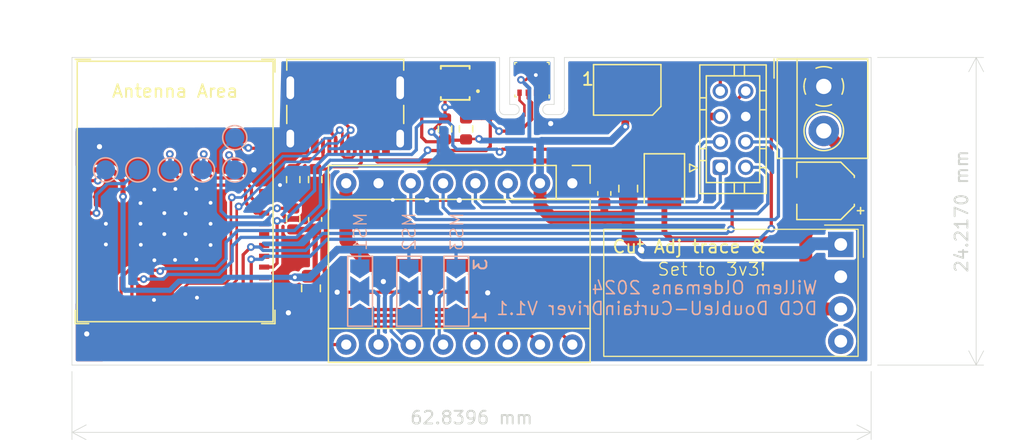
<source format=kicad_pcb>
(kicad_pcb
	(version 20240108)
	(generator "pcbnew")
	(generator_version "8.0")
	(general
		(thickness 1.6)
		(legacy_teardrops no)
	)
	(paper "A4")
	(layers
		(0 "F.Cu" signal)
		(31 "B.Cu" signal)
		(32 "B.Adhes" user "B.Adhesive")
		(33 "F.Adhes" user "F.Adhesive")
		(34 "B.Paste" user)
		(35 "F.Paste" user)
		(36 "B.SilkS" user "B.Silkscreen")
		(37 "F.SilkS" user "F.Silkscreen")
		(38 "B.Mask" user)
		(39 "F.Mask" user)
		(40 "Dwgs.User" user "User.Drawings")
		(41 "Cmts.User" user "User.Comments")
		(42 "Eco1.User" user "User.Eco1")
		(43 "Eco2.User" user "User.Eco2")
		(44 "Edge.Cuts" user)
		(45 "Margin" user)
		(46 "B.CrtYd" user "B.Courtyard")
		(47 "F.CrtYd" user "F.Courtyard")
		(48 "B.Fab" user)
		(49 "F.Fab" user)
		(50 "User.1" user)
		(51 "User.2" user)
		(52 "User.3" user)
		(53 "User.4" user)
		(54 "User.5" user)
		(55 "User.6" user)
		(56 "User.7" user)
		(57 "User.8" user)
		(58 "User.9" user)
	)
	(setup
		(stackup
			(layer "F.SilkS"
				(type "Top Silk Screen")
				(color "Black")
			)
			(layer "F.Paste"
				(type "Top Solder Paste")
			)
			(layer "F.Mask"
				(type "Top Solder Mask")
				(color "#FFFFFFFF")
				(thickness 0.01)
			)
			(layer "F.Cu"
				(type "copper")
				(thickness 0.035)
			)
			(layer "dielectric 1"
				(type "core")
				(thickness 1.51)
				(material "FR4")
				(epsilon_r 4.5)
				(loss_tangent 0.02)
			)
			(layer "B.Cu"
				(type "copper")
				(thickness 0.035)
			)
			(layer "B.Mask"
				(type "Bottom Solder Mask")
				(color "#FFFFFFFF")
				(thickness 0.01)
			)
			(layer "B.Paste"
				(type "Bottom Solder Paste")
			)
			(layer "B.SilkS"
				(type "Bottom Silk Screen")
				(color "Black")
			)
			(copper_finish "None")
			(dielectric_constraints no)
		)
		(pad_to_mask_clearance 0)
		(allow_soldermask_bridges_in_footprints no)
		(pcbplotparams
			(layerselection 0x00010fc_ffffffff)
			(plot_on_all_layers_selection 0x0000000_00000000)
			(disableapertmacros no)
			(usegerberextensions no)
			(usegerberattributes yes)
			(usegerberadvancedattributes yes)
			(creategerberjobfile yes)
			(dashed_line_dash_ratio 12.000000)
			(dashed_line_gap_ratio 3.000000)
			(svgprecision 4)
			(plotframeref no)
			(viasonmask no)
			(mode 1)
			(useauxorigin no)
			(hpglpennumber 1)
			(hpglpenspeed 20)
			(hpglpendiameter 15.000000)
			(pdf_front_fp_property_popups yes)
			(pdf_back_fp_property_popups yes)
			(dxfpolygonmode yes)
			(dxfimperialunits yes)
			(dxfusepcbnewfont yes)
			(psnegative no)
			(psa4output no)
			(plotreference yes)
			(plotvalue yes)
			(plotfptext yes)
			(plotinvisibletext no)
			(sketchpadsonfab no)
			(subtractmaskfromsilk no)
			(outputformat 1)
			(mirror no)
			(drillshape 1)
			(scaleselection 1)
			(outputdirectory "")
		)
	)
	(net 0 "")
	(net 1 "/STEP_STP")
	(net 2 "GND")
	(net 3 "/STEP_1A")
	(net 4 "/STEP_EN")
	(net 5 "+3V3")
	(net 6 "unconnected-(D1-DOUT-Pad1)")
	(net 7 "/LED_DATA")
	(net 8 "/STEP_1B")
	(net 9 "/STEP_2A")
	(net 10 "unconnected-(U1-IO7-Pad11)")
	(net 11 "unconnected-(U1-IO6-Pad10)")
	(net 12 "Net-(A1-MS2)")
	(net 13 "/STEP_RST")
	(net 14 "/STEP_2B")
	(net 15 "Net-(A1-MS3)")
	(net 16 "/STEP_DIR")
	(net 17 "/STEP_SLEEP")
	(net 18 "Net-(A1-MS1)")
	(net 19 "/USB_N")
	(net 20 "/USB_P")
	(net 21 "+12V")
	(net 22 "/HAL_PULSE")
	(net 23 "/HAL_DIR")
	(net 24 "VBUS")
	(net 25 "unconnected-(U1-IO8-Pad12)")
	(net 26 "unconnected-(U1-IO11-Pad15)")
	(net 27 "unconnected-(U1-IO1-Pad5)")
	(net 28 "unconnected-(U1-IO2-Pad6)")
	(net 29 "unconnected-(U1-IO10-Pad14)")
	(net 30 "unconnected-(U1-IO5-Pad9)")
	(net 31 "unconnected-(U1-IO4-Pad8)")
	(net 32 "unconnected-(U1-IO36-Pad32)")
	(net 33 "/SDA")
	(net 34 "/TXD")
	(net 35 "/SCL")
	(net 36 "unconnected-(U1-IO35-Pad31)")
	(net 37 "unconnected-(U1-IO48-Pad30)")
	(net 38 "/RXD")
	(net 39 "/GPIO0")
	(net 40 "unconnected-(U1-IO47-Pad27)")
	(net 41 "/GPIO46")
	(net 42 "unconnected-(U5-SDO-Pad5)")
	(net 43 "/GPIO3")
	(net 44 "/EN")
	(net 45 "unconnected-(U4-NC-Pad4)")
	(net 46 "unconnected-(U4-INT-Pad2)")
	(net 47 "unconnected-(U1-IO45-Pad41)")
	(net 48 "Net-(J5-CC2)")
	(net 49 "Net-(J5-CC1)")
	(net 50 "unconnected-(J5-SBU2-PadB8)")
	(net 51 "unconnected-(J5-SBU1-PadA8)")
	(net 52 "unconnected-(PS1-EN-Pad4)")
	(net 53 "unconnected-(U1-IO41-Pad37)")
	(net 54 "unconnected-(U1-IO26-Pad26)")
	(net 55 "unconnected-(U1-IO40-Pad36)")
	(net 56 "unconnected-(U1-IO39-Pad35)")
	(net 57 "unconnected-(U1-IO42-Pad38)")
	(net 58 "unconnected-(U1-IO9-Pad13)")
	(net 59 "unconnected-(U1-IO37-Pad33)")
	(net 60 "unconnected-(U1-IO21-Pad25)")
	(footprint "TerminalBlock_4Ucon:TerminalBlock_4Ucon_1x02_P3.50mm_Horizontal" (layer "F.Cu") (at 140.2939 69.629 -90))
	(footprint "Connector_USB:USB_C_Receptacle_Molex_217179" (layer "F.Cu") (at 102.6668 71.006 180))
	(footprint "Module:Regulator module_3v3V_3A_THT" (layer "F.Cu") (at 132.9944 85.8774))
	(footprint "Resistor_SMD:R_0603_1608Metric" (layer "F.Cu") (at 112.1664 72.9742 -90))
	(footprint "Capacitor_SMD:C_0805_2012Metric" (layer "F.Cu") (at 99.9744 85.5218 -90))
	(footprint "Resistor_SMD:R_0603_1608Metric" (layer "F.Cu") (at 110.5154 72.9742 -90))
	(footprint "Resistor_SMD:R_0603_1608Metric" (layer "F.Cu") (at 98.5774 80.0608 -90))
	(footprint "Capacitor_SMD:C_0805_2012Metric" (layer "F.Cu") (at 124.9172 77.6732 90))
	(footprint "Diode_SMD:D_1210_3225Metric" (layer "F.Cu") (at 127.762 77.216 -90))
	(footprint "Espressif:ESP32-S3-MINI-1" (layer "F.Cu") (at 89.2914 80.4484))
	(footprint "Capacitor_SMD:C_0603_1608Metric" (layer "F.Cu") (at 123.0376 78.0542 90))
	(footprint "LED_SMD:LED_WS2812B-Mini_PLCC4_3.5x3.5mm" (layer "F.Cu") (at 124.841 69.9008))
	(footprint "Package_LGA:Bosch_LGA-8_2.5x2.5mm_P0.65mm_ClockwisePinNumbering" (layer "F.Cu") (at 117.348 69.1 180))
	(footprint "OptoDevice:SON-06-FN_2000X2400_AMS" (layer "F.Cu") (at 111.3155 69.352414 180))
	(footprint "Resistor_SMD:R_0603_1608Metric" (layer "F.Cu") (at 98.5774 76.962 -90))
	(footprint "Resistor_SMD:R_0603_1608Metric" (layer "F.Cu") (at 100.3046 76.962 -90))
	(footprint "Module:Pololu_Breakout-16_15.2x20.3mm" (layer "F.Cu") (at 120.523 77.2514 -90))
	(footprint "Capacitor_SMD:CP_Elec_4x5.4" (layer "F.Cu") (at 140.4366 77.851 180))
	(footprint "Connector_JST:JST_PHD_B8B-PHDSS_2x04_P2.00mm_Vertical" (layer "F.Cu") (at 132.1562 75.9968 90))
	(footprint "Capacitor_SMD:C_0603_1608Metric" (layer "F.Cu") (at 100.3 80.1 90))
	(footprint "TestPoint:TestPoint_Pad_D1.5mm" (layer "B.Cu") (at 88.9 76.2 180))
	(footprint "Jumper:SolderJumper-3_P2.0mm_Open_TrianglePad1.0x1.5mm_NumberLabels" (layer "B.Cu") (at 111.379 85.7504 90))
	(footprint "TestPoint:TestPoint_Pad_D1.5mm" (layer "B.Cu") (at 93.98 76.2 180))
	(footprint "TestPoint:TestPoint_Pad_D1.5mm" (layer "B.Cu") (at 86.36 76.2 180))
	(footprint "TestPoint:TestPoint_Pad_D1.5mm" (layer "B.Cu") (at 83.82 76.2 180))
	(footprint "Jumper:SolderJumper-3_P2.0mm_Open_TrianglePad1.0x1.5mm_NumberLabels" (layer "B.Cu") (at 107.6706 85.7504 90))
	(footprint "TestPoint:TestPoint_Pad_D1.5mm" (layer "B.Cu") (at 91.44 76.2 180))
	(footprint "Jumper:SolderJumper-3_P2.0mm_Open_TrianglePad1.0x1.5mm_NumberLabels" (layer "B.Cu") (at 103.8098 85.7504 90))
	(footprint "TestPoint:TestPoint_Pad_D1.5mm" (layer "B.Cu") (at 93.98 73.66 180))
	(gr_line
		(start 144.018 91.567)
		(end 144.018 67.35)
		(stroke
			(width 0.05)
			(type default)
		)
		(layer "Edge.Cuts")
		(uuid "0f7381b7-9019-412a-9444-8c5ab05ff073")
	)
	(gr_line
		(start 81.1784 91.567)
		(end 144.018 91.567)
		(stroke
			(width 0.05)
			(type default)
		)
		(layer "Edge.Cuts")
		(uuid "1662b304-e5c6-4323-91a8-01b4a835ff87")
	)
	(gr_arc
		(start 118.598 71.845135)
		(mid 118.197965 71.4451)
		(end 118.598 71.045135)
		(stroke
			(width 0.05)
			(type default)
		)
		(layer "Edge.Cuts")
		(uuid "4b7ee41c-be1c-401f-8f1b-c54600f5395c")
	)
	(gr_line
		(start 81.1784 91.567)
		(end 81.1784 67.35)
		(stroke
			(width 0.05)
			(type default)
		)
		(layer "Edge.Cuts")
		(uuid "5c8b505a-bb7c-4a18-ba43-9b59b6ee1373")
	)
	(gr_line
		(start 114.798 67.35)
		(end 114.798 71.45)
		(stroke
			(width 0.05)
			(type default)
		)
		(layer "Edge.Cuts")
		(uuid "5fa47b71-a98b-49f9-b5c7-34d7664f4bd8")
	)
	(gr_line
		(start 118.598 71.045135)
		(end 119.098 71.045135)
		(stroke
			(width 0.05)
			(type default)
		)
		(layer "Edge.Cuts")
		(uuid "648599f2-2b23-4307-b762-0b429b695dac")
	)
	(gr_arc
		(start 119.898 71.395135)
		(mid 119.798377 71.69998)
		(end 119.51238 71.845135)
		(stroke
			(width 0.05)
			(type default)
		)
		(layer "Edge.Cuts")
		(uuid "82275471-905d-4044-a11d-3c6cf41553bc")
	)
	(gr_line
		(start 119.098 67.35)
		(end 115.598 67.35)
		(stroke
			(width 0.05)
			(type default)
		)
		(layer "Edge.Cuts")
		(uuid "87762eea-8a93-43a4-8527-10d84353c24f")
	)
	(gr_line
		(start 119.898 67.35)
		(end 119.898 71.395135)
		(stroke
			(width 0.05)
			(type default)
		)
		(layer "Edge.Cuts")
		(uuid "9c9dc1f0-6a8c-4992-9c81-4d958a0a00a6")
	)
	(gr_line
		(start 119.51238 71.845135)
		(end 118.598 71.845135)
		(stroke
			(width 0.05)
			(type default)
		)
		(layer "Edge.Cuts")
		(uuid "a49d1697-385c-458f-b251-5856b15fe259")
	)
	(gr_line
		(start 115.948 71.05)
		(end 115.598 71.05)
		(stroke
			(width 0.05)
			(type default)
		)
		(layer "Edge.Cuts")
		(uuid "a94fab12-5ec2-4037-aebd-4f1c0870ad7a")
	)
	(gr_line
		(start 115.198 71.85)
		(end 115.948 71.85)
		(stroke
			(width 0.05)
			(type default)
		)
		(layer "Edge.Cuts")
		(uuid "afbea572-0c78-4b71-80ed-28b8e05b4b2a")
	)
	(gr_line
		(start 119.098 71.045135)
		(end 119.098 67.35)
		(stroke
			(width 0.05)
			(type default)
		)
		(layer "Edge.Cuts")
		(uuid "d3b01630-3053-4b8a-b9a3-1bbb69df3a69")
	)
	(gr_line
		(start 115.598 71.05)
		(end 115.598 67.35)
		(stroke
			(width 0.05)
			(type default)
		)
		(layer "Edge.Cuts")
		(uuid "d4025406-da3a-4422-8923-c2b53184d6dd")
	)
	(gr_arc
		(start 115.948 71.05)
		(mid 116.348 71.45)
		(end 115.948 71.85)
		(stroke
			(width 0.05)
			(type default)
		)
		(layer "Edge.Cuts")
		(uuid "e0874d3a-705a-4cdb-9f3f-8e4b478b270b")
	)
	(gr_arc
		(start 115.198 71.85)
		(mid 114.915157 71.732843)
		(end 114.798 71.45)
		(stroke
			(width 0.05)
			(type default)
		)
		(layer "Edge.Cuts")
		(uuid "e7377db4-ceaa-490c-a8ac-1b4738ecf95d")
	)
	(gr_line
		(start 144.018 67.35)
		(end 119.898 67.35)
		(stroke
			(width 0.05)
			(type default)
		)
		(layer "Edge.Cuts")
		(uuid "f6090eff-e4a4-4db1-9ef0-e9d1062fbeed")
	)
	(gr_line
		(start 114.798 67.35)
		(end 81.1784 67.35)
		(stroke
			(width 0.05)
			(type default)
		)
		(layer "Edge.Cuts")
		(uuid "fcc46d19-eb6e-4661-977e-1eb5f98f68f6")
	)
	(gr_text "MS1\n"
		(at 104.4448 79.4766 90)
		(layer "B.SilkS")
		(uuid "377f62fa-5c02-4418-be11-fb22563fc426")
		(effects
			(font
				(size 1 1)
				(thickness 0.1)
			)
			(justify left bottom mirror)
		)
	)
	(gr_text "MS3"
		(at 112.0394 79.4766 90)
		(layer "B.SilkS")
		(uuid "3cac820d-ff23-4e2c-8acd-2032109dd062")
		(effects
			(font
				(size 1 1)
				(thickness 0.1)
			)
			(justify left bottom mirror)
		)
	)
	(gr_text "Willem Oldemans 2024\nDCD DoubleU-CurtainDriver V1.1\n"
		(at 139.8778 87.7062 0)
		(layer "B.SilkS")
		(uuid "931c8843-ce7c-437f-bc10-eb2990d45165")
		(effects
			(font
				(size 1.016 1.016)
				(thickness 0.127)
			)
			(justify left bottom mirror)
		)
	)
	(gr_text "MS2"
		(at 108.2802 79.4766 90)
		(layer "B.SilkS")
		(uuid "eae4f3ae-de2f-4e0b-86aa-41b0df6db60c")
		(effects
			(font
				(size 1 1)
				(thickness 0.1)
			)
			(justify left bottom mirror)
		)
	)
	(dimension
		(type aligned)
		(layer "Edge.Cuts")
		(uuid "446f9656-57d9-44c9-8c67-739f5069f7b2")
		(pts
			(xy 81.1784 91.567) (xy 144.018 91.567)
		)
		(height 5.289999)
		(gr_text "2474.0000 mils"
			(at 112.5982 95.706999 0)
			(layer "Edge.Cuts")
			(uuid "446f9656-57d9-44c9-8c67-739f5069f7b2")
			(effects
				(font
					(size 1 1)
					(thickness 0.15)
				)
			)
		)
		(format
			(prefix "")
			(suffix "")
			(units 3)
			(units_format 1)
			(precision 4)
		)
		(style
			(thickness 0.05)
			(arrow_length 1.27)
			(text_position_mode 0)
			(extension_height 0.58642)
			(extension_offset 0.5) keep_text_aligned)
	)
	(dimension
		(type aligned)
		(layer "Edge.Cuts")
		(uuid "4c08de21-ceeb-4f2b-b74e-460e3fbadb7c")
		(pts
			(xy 144.018 91.567) (xy 144.018 67.35)
		)
		(height 8.26)
		(gr_text "953.4252 mils"
			(at 151.128 79.4585 90)
			(layer "Edge.Cuts")
			(uuid "4c08de21-ceeb-4f2b-b74e-460e3fbadb7c")
			(effects
				(font
					(size 1 1)
					(thickness 0.15)
				)
			)
		)
		(format
			(prefix "")
			(suffix "")
			(units 3)
			(units_format 1)
			(precision 4)
		)
		(style
			(thickness 0.05)
			(arrow_length 1.27)
			(text_position_mode 0)
			(extension_height 0.58642)
			(extension_offset 0.5) keep_text_aligned)
	)
	(segment
		(start 88.0872 89.6112)
		(end 87.5914 89.1154)
		(width 0.254)
		(layer "F.Cu")
		(net 1)
		(uuid "25e0c9c1-b7d2-4c60-a3ad-d56241274624")
	)
	(segment
		(start 117.983 89.9514)
		(end 115.687 87.6554)
		(width 0.254)
		(layer "F.Cu")
		(net 1)
		(uuid "33f16364-43ea-41fb-8681-d6e5423bd71e")
	)
	(segment
		(start 87.5914 89.1154)
		(end 87.5914 87.4484)
		(width 0.254)
		(layer "F.Cu")
		(net 1)
		(uuid "4a002c7a-675f-4b0d-a3a5-53201be199aa")
	)
	(segment
		(start 99.545644 89.6112)
		(end 88.0872 89.6112)
		(width 0.254)
		(layer "F.Cu")
		(net 1)
		(uuid "b48d1b9a-95dc-4458-adf8-6d4d7df53d00")
	)
	(segment
		(start 101.501444 87.6554)
		(end 99.545644 89.6112)
		(width 0.254)
		(layer "F.Cu")
		(net 1)
		(uuid "b8b0ca0a-f68e-472e-9d3a-8dc23e9bd45b")
	)
	(segment
		(start 115.687 87.6554)
		(end 101.501444 87.6554)
		(width 0.254)
		(layer "F.Cu")
		(net 1)
		(uuid "bc84c112-4c5d-410e-bf31-58b7c1194cef")
	)
	(segment
		(start 87.503 76.1746)
		(end 87.503 76.327)
		(width 0.254)
		(layer "F.Cu")
		(net 2)
		(uuid "03a070be-d6e3-4695-b04d-780c99724b23")
	)
	(segment
		(start 109.347 85.8266)
		(end 105.6386 85.8266)
		(width 0.254)
		(layer "F.Cu")
		(net 2)
		(uuid "0617dd34-5932-4281-8d70-bc2655d19ad0")
	)
	(segment
		(start 98.1964 87.4484)
		(end 96.2914 87.4484)
		(width 0.4572)
		(layer "F.Cu")
		(net 2)
		(uuid "1308a1ad-a39d-4511-9634-a2ca85e171c1")
	)
	(segment
		(start 98.5774 77.787)
		(end 97.9038 77.787)
		(width 0.4064)
		(layer "F.Cu")
		(net 2)
		(uuid "13cc14ac-0172-4146-82f2-754570793d37")
	)
	(segment
		(start 108.060999 68.66)
		(end 106.9868 69.734199)
		(width 0.4572)
		(layer "F.Cu")
		(net 2)
		(uuid "15510c4f-c8a6-4e4d-96f4-6f71f6771135")
	)
	(segment
		(start 97.536 77.4192)
		(end 97.536 77.3938)
		(width 0.4064)
		(layer "F.Cu")
		(net 2)
		(uuid "15cf4e7f-e6f6-49f9-8bbc-1afd88044d94")
	)
	(segment
		(start 97.9038 77.787)
		(end 97.536 77.4192)
		(width 0.4064)
		(layer "F.Cu")
		(net 2)
		(uuid "162c44f4-9a33-4116-9b16-8bbb8259206a")
	)
	(segment
		(start 113.8682 85.8774)
		(end 113.8174 85.8266)
		(width 0.254)
		(layer "F.Cu")
		(net 2)
		(uuid "175b5006-563f-4ddd-a633-170bc205d7d9")
	)
	(segment
		(start 117.793828 71.097824)
		(end 117.793828 71.792376)
		(width 0.2032)
		(layer "F.Cu")
		(net 2)
		(uuid "1a67984a-9e5b-4b4d-bcdb-424641036269")
	)
	(segment
		(start 112.141 68.2244)
		(end 111.8362 67.9196)
		(width 0.254)
		(layer "F.Cu")
		(net 2)
		(uuid "1cb76f87-78e1-4010-bcf7-f655847895fd")
	)
	(segment
		(start 87.6414 78.7984)
		(end 86.5842 78.7984)
		(width 0.4572)
		(layer "F.Cu")
		(net 2)
		(uuid "1d819607-c5f0-4211-87f6-269481d9a37f")
	)
	(segment
		(start 123.0376 77.2792)
		(end 123.0098 77.2514)
		(width 0.4572)
		(layer "F.Cu")
		(net 2)
		(uuid "1d9eae09-0aa1-4033-8b81-550c5754daf7")
	)
	(segment
		(start 140.1669 69.756)
		(end 140.2939 69.629)
		(width 0.6096)
		(layer "F.Cu")
		(net 2)
		(uuid "1e93f203-8471-4f77-8b12-4e4b1fdbe489")
	)
	(segment
		(start 90.9414 78.7984)
		(end 92.0706 78.7984)
		(width 0.4572)
		(layer "F.Cu")
		(net 2)
		(uuid "1ebe1a2b-2d3e-4fae-b85b-8cb6d91b78e3")
	)
	(segment
		(start 87.503 76.327)
		(end 87.6586 76.4826)
		(width 0.254)
		(layer "F.Cu")
		(net 2)
		(uuid "224c4d00-6c8f-4eb0-80c3-b197683eb915")
	)
	(segment
		(start 105.6386 85.8266)
		(end 105.6386 85.0138)
		(width 0.254)
		(layer "F.Cu")
		(net 2)
		(uuid "2641926d-ebe0-4de8-b116-0325f5e1b95c")
	)
	(segment
		(start 98.061 73.4484)
		(end 98.3468 73.7342)
		(width 0.254)
		(layer "F.Cu")
		(net 2)
		(uuid "2c01b4fa-547a-44cf-99b3-044c63effae4")
	)
	(segment
		(start 86.5974 82.0984)
		(end 86.5918 82.0928)
		(width 0.4572)
		(layer "F.Cu")
		(net 2)
		(uuid "3200bcfd-6c85-4ebe-a652-875c8e4d2d91")
	)
	(segment
		(start 98.921799 74.131399)
		(end 98.3468 73.5564)
		(width 0.4572)
		(layer "F.Cu")
		(net 2)
		(uuid "3644e35f-8311-4803-a52f-a7502e5c1740")
	)
	(segment
		(start 138.6366 75.0858)
		(end 137.7442 74.1934)
		(width 0.6096)
		(layer "F.Cu")
		(net 2)
		(uuid "39834bdc-ddaf-43e7-910b-47c4293481cd")
	)
	(segment
		(start 87.6414 82.0984)
		(end 86.5974 82.0984)
		(width 0.4572)
		(layer "F.Cu")
		(net 2)
		(uuid "3cbf49fc-16cb-476f-afc6-19d00ef50c91")
	)
	(segment
		(start 117.793828 71.792376)
		(end 118.552987 72.551535)
		(width 0.2032)
		(layer "F.Cu")
		(net 2)
		(uuid "3ecab74c-1162-408c-ac11-09c91a1831b5")
	)
	(segment
		(start 83.3414 74.3712)
		(end 85.6996 74.3712)
		(width 0.254)
		(layer "F.Cu")
		(net 2)
		(uuid "4518ead5-368c-4288-9a33-a87ce65b5706")
	)
	(segment
		(start 106.411801 74.131399)
		(end 106.9868 73.5564)
		(width 0.4572)
		(layer "F.Cu")
		(net 2)
		(uuid "466a86ef-8450-4c71-9046-d48042cc9742")
	)
	(segment
		(start 89.2914 77.7168)
		(end 89.3096 77.6986)
		(width 0.4572)
		(layer "F.Cu")
		(net 2)
		(uuid "4683f34e-f26a-4ba3-9ed9-b47d4a278983")
	)
	(segment
		(start 118.323 70.125)
		(end 118.323 70.591397)
		(width 0.2032)
		(layer "F.Cu")
		(net 2)
		(uuid "4a08d67b-f9d3-43ea-ae07-65a107738008")
	)
	(segment
		(start 97.536 77.3938)
		(end 97.5106 77.3938)
		(width 0.4064)
		(layer "F.Cu")
		(net 2)
		(uuid "4ae367fe-aa91-437e-91b5-785b6b87b00a")
	)
	(segment
		(start 83.3414 74.3712)
		(end 83.2142 74.4984)
		(width 0.4572)
		(layer "F.Cu")
		(net 2)
		(uuid "4bc0435c-c644-4832-add1-aae1d72fc202")
	)
	(segment
		(start 90.9414 82.0984)
		(end 90.9414 83.242)
		(width 0.4572)
		(layer "F.Cu")
		(net 2)
		(uuid "59d8cad2-cb80-4a3c-9493-a4a33ff82fac")
	)
	(segment
		(start 109.3724 85.852)
		(end 109.347 85.8266)
		(width 0.254)
		(layer "F.Cu")
		(net 2)
		(uuid "5b5da32a-2558-46a4-93a5-a4d3b4babd85")
	)
	(segment
		(start 118.820355 72.551535)
		(end 122.672865 72.551535)
		(width 0.6096)
		(layer "F.Cu")
		(net 2)
		(uuid "5c37df52-3984-4e0d-8859-3b2807935125")
	)
	(segment
		(start 83.3414 73.4484)
		(end 96.2914 73.4484)
		(width 0.4572)
		(layer "F.Cu")
		(net 2)
		(uuid "6017155f-ef76-429a-aeed-461115b389d6")
	)
	(segment
		(start 83.2142 74.4984)
		(end 82.2914 74.4984)
		(width 0.4572)
		(layer "F.Cu")
		(net 2)
		(uuid "61320601-8c0e-4c75-9f83-f95336bc0b52")
	)
	(segment
		(start 109.1184 78.5876)
		(end 111.633 78.5876)
		(width 0.254)
		(layer "F.Cu")
		(net 2)
		(uuid "62763d66-6206-4932-8a78-737d1bb0a1e7")
	)
	(segment
		(start 87.6414 77.7666)
		(end 87.6586 77.7494)
		(width 0.4572)
		(layer "F.Cu")
		(net 2)
		(uuid "628949c3-7465-48eb-a3f1-27cee0dc9534")
	)
	(segment
		(start 99.466801 74.131399)
		(end 98.921799 74.131399)
		(width 0.4572)
		(layer "F.Cu")
		(net 2)
		(uuid "630bc979-2aff-4e0e-a371-5fcf6d3322b4")
	)
	(segment
		(start 105.866801 74.131399)
		(end 106.411801 74.131399)
		(width 0.4572)
		(layer "F.Cu")
		(net 2)
		(uuid "6405888b-544f-45f7-9663-823ad3e20e2e")
	)
	(segment
		(start 89.2914 78.7984)
		(end 89.2914 82.0984)
		(width 0.4572)
		(layer "F.Cu")
		(net 2)
		(uuid "647f19c6-2a57-4006-8f6d-46468b7028bf")
	)
	(segment
		(start 87.6414 78.7984)
		(end 87.6414 77.7666)
		(width 0.4572)
		(layer "F.Cu")
		(net 2)
		(uuid "652bad82-91a2-4835-a1be-d6fa53acab9b")
	)
	(segment
		(start 85.6996 74.3712)
		(end 87.503 76.1746)
		(width 0.254)
		(layer "F.Cu")
		(net 2)
		(uuid "67dc49dd-0ee2-45d8-af08-86791a7afd76")
	)
	(segment
		(start 111.8362 67.9196)
		(end 108.801399 67.9196)
		(width 0.254)
		(layer "F.Cu")
		(net 2)
		(uuid "689e79ac-222b-4e06-b6cb-e03fa4a9336d")
	)
	(segment
		(start 117.673 68.075)
		(end 117.673 68.7122)
		(width 0.2032)
		(layer "F.Cu")
		(net 2)
		(uuid "6a3c3525-ab49-435c-93cb-4461939d46aa")
	)
	(segment
		(start 82.3642 75.3484)
		(end 82.2914 75.3484)
		(width 0.4572)
		(layer "F.Cu")
		(net 2)
		(uuid "6c517625-5685-4621-9222-0eaf6229868d")
	)
	(segment
		(start 105.6386 85.0138)
		(end 105.664 84.9884)
		(width 0.254)
		(layer "F.Cu")
		(net 2)
		(uuid "6e15f957-972b-4d9d-b758-1fd8ac68c8d7")
	)
	(segment
		(start 90.9414 77.7178)
		(end 90.9606 77.6986)
		(width 0.4572)
		(layer "F.Cu")
		(net 2)
		(uuid "71feeba1-7a02-44fa-ae1c-445c944a4277")
	)
	(segment
		(start 82.2914 89.0614)
		(end 82.34 89.11)
		(width 0.4572)
		(layer "F.Cu")
		(net 2)
		(uuid "73170a8c-0441-4c7f-8782-851722eef54e")
	)
	(segment
		(start 82.2914 87.4484)
		(end 82.2914 89.0614)
		(width 0.4572)
		(layer "F.Cu")
		(net 2)
		(uuid "74c59eee-dca0-4925-8a60-33e5945252c9")
	)
	(segment
		(start 95.485514 76.1984)
		(end 96.2914 76.1984)
		(width 0.4572)
		(layer "F.Cu")
		(net 2)
		(uuid "798f3393-6b47-4159-a9a0-db8fcaaf4e6c")
	)
	(segment
		(start 82.2914 75.3484)
		(end 82.2914 73.4484)
		(width 0.4572)
		(layer "F.Cu")
		(net 2)
		(uuid "79bd9fd8-7471-49e2-84f8-2ecca313e88e")
	)
	(segment
		(start 90.9414 83.242)
		(end 90.9606 83.2612)
		(width 0.4572)
		(layer "F.Cu")
		(net 2)
		(uuid "7a19295f-4483-4691-aa95-ba022b807187")
	)
	(segment
		(start 90.9414 82.1182)
		(end 92.0716 82.1182)
		(width 0.4572)
		(layer "F.Cu")
		(net 2)
		(uuid "7c1ff80f-07ed-4d56-b8df-377940f7da15")
	)
	(segment
		(start 96.2914 76.1984)
		(end 96.2914 76.66)
		(width 0.4572)
		(layer "F.Cu")
		(net 2)
		(uuid "7cb5db55-57d1-4e46-a65f-8046e47be9ca")
	)
	(segment
		(start 118.105452 70.808945)
		(end 118.022276 70.869376)
		(width 0.2032)
		(layer "F.Cu")
		(net 2)
		(uuid "7e26ab1e-d704-433e-8f1a-abe5d2000cc5")
	)
	(segment
		(start 87.6414 82.0984)
		(end 87.6414 83.2948)
		(width 0.4572)
		(layer "F.Cu")
		(net 2)
		(uuid "7f1c6e1b-5dd0-4bc9-b215-6f329768e8b5")
	)
	(segment
		(start 122.672865 72.551535)
		(end 123.201 72.0234)
		(width 0.6096)
		(layer "F.Cu")
		(net 2)
		(uuid "7f8f9207-ff83-4d83-ba4e-5145a2750ec5")
	)
	(segment
		(start 137.7442 70.5866)
		(end 138.7018 69.629)
		(width 0.6096)
		(layer "F.Cu")
		(net 2)
		(uuid "7fa7f9f4-19a8-4c87-a8cd-5d1d0ac82b7f")
	)
	(segment
		(start 90.9414 80.4484)
		(end 92.0716 80.4484)
		(width 0.4572)
		(layer "F.Cu")
		(net 2)
		(uuid "829e82d4-e7e6-4eda-a67e-b6231ac74f1a")
	)
	(segment
		(start 123.201 72.0234)
		(end 123.201 70.7908)
		(width 0.6096)
		(layer "F.Cu")
		(net 2)
		(uuid "866920e2-507a-4605-881b-c675bac136c8")
	)
	(segment
		(start 123.0376 77.2792)
		(end 124.3612 77.2792)
		(width 0.4572)
		(layer "F.Cu")
		(net 2)
		(uuid "869f50d8-feb0-486c-83cf-bebde841decb")
	)
	(segment
		(start 97.1652 77.0484)
		(end 96.2914 77.0484)
		(width 0.4064)
		(layer "F.Cu")
		(net 2)
		(uuid "89525db6-0b80-4a19-a80c-33ab01b0a924")
	)
	(segment
		(start 90.9414 78.7984)
		(end 90.9414 77.7178)
		(width 0.4572)
		(layer "F.Cu")
		(net 2)
		(uuid "89b37466-477c-4544-a970-1322c8b2fb68")
	)
	(segment
		(start 137.7442 74.1934)
		(end 137.7442 70.5866)
		(width 0.6096)
		(layer "F.Cu")
		(net 2)
		(uuid "8b87cfc3-e425-47c4-b417-bc3343d7c674")
	)
	(segment
		(start 98.9978 87.4484)
		(end 99.9744 86.4718)
		(width 0.4572)
		(layer "F.Cu")
		(net 2)
		(uuid "8c83983d-4852-4559-b577-9d152f3b4bbf")
	)
	(segment
		(start 96.2914 76.66)
		(end 96.2914 77.0484)
		(width 0.4572)
		(layer "F.Cu")
		(net 2)
		(uuid "8dd4bc65-c7ee-4d2f-b0eb-43a2f4b6c1f6")
	)
	(segment
		(start 138.6366 77.7748)
		(end 138.6366 75.0858)
		(width 0.6096)
		(layer "F.Cu")
		(net 2)
		(uuid "91ff616c-a586-4080-bfb5-ecb3268e7bcf")
	)
	(segment
		(start 96.3454 87.5024)
		(end 96.2914 87.4484)
		(width 0.4572)
		(layer "F.Cu")
		(net 2)
		(uuid "93901639-9357-414f-abf4-f20e8579b704")
	)
	(segment
		(start 118.022276 70.869376)
		(end 117.793828 71.097824)
		(width 0.2032)
		(layer "F.Cu")
		(net 2)
		(uuid "947b86fc-77ce-4894-b35d-fa9eba605eca")
	)
	(segment
		(start 83.3414 73.4484)
		(end 82.2914 73.4484)
		(width 0.4572)
		(layer "F.Cu")
		(net 2)
		(uuid "994fd3a3-7042-48cb-a061-3cad3a1a5b30")
	)
	(segment
		(start 86.573 80.4484)
		(end 86.5664 80.4418)
		(width 0.4572)
		(layer "F.Cu")
		(net 2)
		(uuid "99f7322c-febc-43d1-b877-3df28ad31103")
	)
	(segment
		(start 118.552987 72.551535)
		(end 118.820355 72.551535)
		(width 0.2032)
		(layer "F.Cu")
		(net 2)
		(uuid "9c3fc8ee-a4f7-4930-9f93-a458e224499a")
	)
	(segment
		(start 117.673 68.7122)
		(end 117.6528 68.7324)
		(width 0.2032)
		(layer "F.Cu")
		(net 2)
		(uuid "9ee5fb09-b866-482a-b19d-cf474a07634d")
	)
	(segment
		(start 100.3046 79.3204)
		(end 100.3 79.325)
		(width 0.4572)
		(layer "F.Cu")
		(net 2)
		(uuid "a342a31c-2cfc-4a29-8925-9b8d72a46425")
	)
	(segment
		(start 138.7018 69.629)
		(end 140.2939 69.629)
		(width 0.6096)
		(layer "F.Cu")
		(net 2)
		(uuid "a3998740-15b4-4134-a9ce-4189fe8ec720")
	)
	(segment
		(start 109.3978 85.8266)
		(end 109.3724 85.852)
		(width 0.254)
		(layer "F.Cu")
		(net 2)
		(uuid "a3aaf920-ef88-4810-a994-d417d433bfe5")
	)
	(segment
		(start 106.4006 78.5622)
		(end 109.093 78.5622)
		(width 0.254)
		(layer "F.Cu")
		(net 2)
		(uuid "a4f5c1b7-bc6b-419b-b769-2fdad0aeeca7")
	)
	(segment
		(start 123.0098 77.2514)
		(end 120.523 77.2514)
		(width 0.4572)
		(layer "F.Cu")
		(net 2)
		(uuid "a6b3c416-7464-494b-87e0-ee046ab08d22")
	)
	(segment
		(start 112.141 68.702428)
		(end 112.141 68.2244)
		(width 0.254)
		(layer "F.Cu")
		(net 2)
		(uuid "a7ab365f-007e-45ee-9c92-5c3ece699cdc")
	)
	(segment
		(start 100.3046 77.787)
		(end 98.5774 77.787)
		(width 0.4572)
		(layer "F.Cu")
		(net 2)
		(uuid "a7de720a-19c1-4872-81a4-7b9573dfe259")
	)
	(segment
		(start 109.093 78.5622)
		(end 109.1184 78.5876)
		(width 0.254)
		(layer "F.Cu")
		(net 2)
		(uuid "ac631f46-1727-47de-8370-9459ca7208ec")
	)
	(segment
		(start 87.6414 78.7984)
		(end 87.6414 82.0984)
		(width 0.4572)
		(layer "F.Cu")
		(net 2)
		(uuid "af75d228-415c-441e-9552-19cb3c387c05")
	)
	(segment
		(start 89.2914 78.7984)
		(end 89.2914 77.7168)
		(width 0.4572)
		(layer "F.Cu")
		(net 2)
		(uuid "b2f1f9b9-4b51-4478-b0bd-5674789b3b02")
	)
	(segment
		(start 118.323 70.591397)
		(end 118.105452 70.808945)
		(width 0.2032)
		(layer "F.Cu")
		(net 2)
		(uuid "b688fdc8-8a81-4204-b87a-2074a54d3fb8")
	)
	(segment
		(start 96.2914 73.4484)
		(end 98.061 73.4484)
		(width 0.254)
		(layer "F.Cu")
		(net 2)
		(uuid "b854ae9e-f323-4967-becc-15826d1c0ab3")
	)
	(segment
		(start 86.5842 78.7984)
		(end 86.5664 78.8162)
		(width 0.4572)
		(layer "F.Cu")
		(net 2)
		(uuid "b8cbaf56-3e57-42b8-955c-adace5c92cf0")
	)
	(segment
		(start 90.9414 80.4484)
		(end 87.6414 80.4484)
		(width 0.4572)
		(layer "F.Cu")
		(net 2)
		(uuid "b96ab083-0942-4078-aed0-27fbf34ad37a")
	)
	(segment
		(start 83.3414 74.3712)
		(end 83.3414 73.4484)
		(width 0.4572)
		(layer "F.Cu")
		(net 2)
		(uuid "bbac4315-38e9-491b-8cc8-0c6158e41253")
	)
	(segment
		(start 87.6586 76.4826)
		(end 87.6586 77.7494)
		(width 0.254)
		(layer "F.Cu")
		(net 2)
		(uuid "bed06315-28e4-41e6-9541-e0344ef028f3")
	)
	(segment
		(start 90.9414 78.7984)
		(end 87.6414 78.7984)
		(width 0.4572)
		(layer "F.Cu")
		(net 2)
		(uuid "bfc202be-2864-4456-94a4-2b56f8d1f247")
	)
	(segment
		(start 105.6386 85.8266)
		(end 102.0318 85.8266)
		(width 0.254)
		(layer "F.Cu")
		(net 2)
		(uuid "c75370d5-f398-4edd-a2dd-5a2ab5b0f095")
	)
	(segment
		(start 90.9414 82.0984)
		(end 87.6414 82.0984)
		(width 0.4572)
		(layer "F.Cu")
		(net 2)
		(uuid "c9d6f970-c08b-4781-8237-632a27e120c2")
	)
	(segment
		(start 113.8174 85.8266)
		(end 109.3978 85.8266)
		(width 0.254)
		(layer "F.Cu")
		(net 2)
		(uuid "c9f5e9f1-6766-44b1-a1f7-3f620e1b0335")
	)
	(segment
		(start 87.6414 83.2948)
		(end 87.6586 83.312)
		(width 0.4572)
		(layer "F.Cu")
		(net 2)
		(uuid "cb76ae57-efc1-4b21-aa59-0957f4b09d58")
	)
	(segment
		(start 89.2914 82.0984)
		(end 89.2914 83.2794)
		(width 0.4572)
		(layer "F.Cu")
		(net 2)
		(uuid "cc72c340-c515-44c0-8c1a-811a36c81c28")
	)
	(segment
		(start 108.801399 67.9196)
		(end 108.060999 68.66)
		(width 0.254)
		(layer "F.Cu")
		(net 2)
		(uuid "cd7324db-ecd1-4477-939d-9247624dd865")
	)
	(segment
		(start 89.2914 83.2794)
		(end 89.2842 83.2866)
		(width 0.4572)
		(layer "F.Cu")
		(net 2)
		(uuid "d108f252-09ba-4b9a-8dcd-6727f5ecff96")
	)
	(segment
		(start 97.5106 77.3938)
		(end 97.1652 77.0484)
		(width 0.4064)
		(layer "F.Cu")
		(net 2)
		(uuid "e0aea253-77a9-403e-bb82-1bcf136247a0")
	)
	(segment
		(start 90.9414 82.0984)
		(end 90.9414 78.7984)
		(width 0.4572)
		(layer "F.Cu")
		(net 2)
		(uuid "e10d6432-7939-4f85-bd41-1672c9e107f3")
	)
	(segment
		(start 124.3612 77.2792)
		(end 124.9172 76.7232)
		(width 0.4572)
		(layer "F.Cu")
		(net 2)
		(uuid "e1d00a6e-5655-4234-9616-06870d7d91f5")
	)
	(segment
		(start 100.3046 77.787)
		(end 100.3046 79.3204)
		(width 0.4572)
		(layer "F.Cu")
		(net 2)
		(uuid "e9a4df50-a32
... [197474 chars truncated]
</source>
